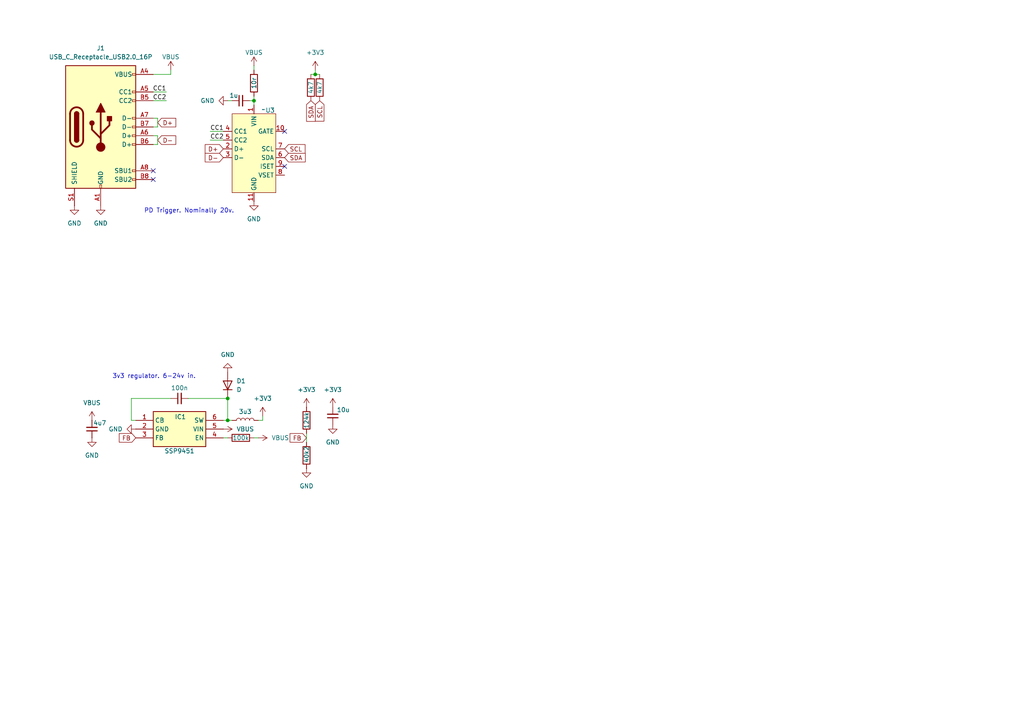
<source format=kicad_sch>
(kicad_sch (version 20231120) (generator "eeschema") (generator_version "8.0")
  (paper "A4")
  (lib_symbols
    (symbol "Connector:USB_C_Receptacle_USB2.0_16P" (pin_names (offset 1.016))
      (property "Reference" "J" (at 0 22.225 0))
      (property "Value" "USB_C_Receptacle_USB2.0_16P" (at 0 19.685 0))
      (symbol "USB_C_Receptacle_USB2.0_16P_0_0"
        (rectangle (start -0.254 -17.78) (end 0.254 -16.764))
        (rectangle (start 10.16 -14.986) (end 9.144 -15.494))
        (rectangle (start 10.16 -12.446) (end 9.144 -12.954))
        (rectangle (start 10.16 -4.826) (end 9.144 -5.334))
        (rectangle (start 10.16 -2.286) (end 9.144 -2.794))
        (rectangle (start 10.16 0.254) (end 9.144 -0.254))
        (rectangle (start 10.16 2.794) (end 9.144 2.286))
        (rectangle (start 10.16 7.874) (end 9.144 7.366))
        (rectangle (start 10.16 10.414) (end 9.144 9.906))
        (rectangle (start 10.16 15.494) (end 9.144 14.986))
      )
      (symbol "USB_C_Receptacle_USB2.0_16P_0_1"
        (rectangle (start -10.16 17.78) (end 10.16 -17.78) (stroke (width 0.254)) (fill (type background)))
        (arc (start -8.89 -3.81) (mid -6.985 -5.7067) (end -5.08 -3.81) (stroke (width 0.508)))
        (arc (start -7.62 -3.81) (mid -6.985 -4.4423) (end -6.35 -3.81) (stroke (width 0.254)))
        (arc (start -7.62 -3.81) (mid -6.985 -4.4423) (end -6.35 -3.81) (stroke (width 0.254)) (fill (type outline)))
        (rectangle (start -7.62 -3.81) (end -6.35 3.81) (stroke (width 0.254)) (fill (type outline)))
        (arc (start -6.35 3.81) (mid -6.985 4.4423) (end -7.62 3.81) (stroke (width 0.254)))
        (arc (start -6.35 3.81) (mid -6.985 4.4423) (end -7.62 3.81) (stroke (width 0.254)) (fill (type outline)))
        (arc (start -5.08 3.81) (mid -6.985 5.7067) (end -8.89 3.81) (stroke (width 0.508)))
        (circle (center -2.54 1.143) (radius 0.635) (stroke (width 0.254)) (fill (type outline)))
        (circle (center 0 -5.842) (radius 1.27) (fill (type outline)))
        (polyline (pts (xy -8.89 -3.81) (xy -8.89 3.81)) (stroke (width 0.508)))
        (polyline (pts (xy -5.08 3.81) (xy -5.08 -3.81)) (stroke (width 0.508)))
        (polyline (pts (xy 0 -5.842) (xy 0 4.318)) (stroke (width 0.508)))
        (polyline (pts (xy 0 -3.302) (xy -2.54 -0.762) (xy -2.54 0.508)) (stroke (width 0.508)))
        (polyline (pts (xy 0 -2.032) (xy 2.54 0.508) (xy 2.54 1.778)) (stroke (width 0.508)))
        (polyline (pts (xy -1.27 4.318) (xy 0 6.858) (xy 1.27 4.318) (xy -1.27 4.318)) (stroke (width 0.254)) (fill (type outline)))
        (rectangle (start 1.905 1.778) (end 3.175 3.048) (stroke (width 0.254)) (fill (type outline)))
      )
      (symbol "USB_C_Receptacle_USB2.0_16P_1_1"
        (pin passive line (at 0 -22.86 90) (length 5.08) (name "GND") (number "A1"))
        (pin passive line (at 0 -22.86 90) (length 5.08) hide (name "GND") (number "A12"))
        (pin passive line (at 15.24 15.24 180) (length 5.08) (name "VBUS") (number "A4"))
        (pin bidirectional line (at 15.24 10.16 180) (length 5.08) (name "CC1") (number "A5"))
        (pin bidirectional line (at 15.24 -2.54 180) (length 5.08) (name "D+") (number "A6"))
        (pin bidirectional line (at 15.24 2.54 180) (length 5.08) (name "D-") (number "A7"))
        (pin bidirectional line (at 15.24 -12.7 180) (length 5.08) (name "SBU1") (number "A8"))
        (pin passive line (at 15.24 15.24 180) (length 5.08) hide (name "VBUS") (number "A9"))
        (pin passive line (at 0 -22.86 90) (length 5.08) hide (name "GND") (number "B1"))
        (pin passive line (at 0 -22.86 90) (length 5.08) hide (name "GND") (number "B12"))
        (pin passive line (at 15.24 15.24 180) (length 5.08) hide (name "VBUS") (number "B4"))
        (pin bidirectional line (at 15.24 7.62 180) (length 5.08) (name "CC2") (number "B5"))
        (pin bidirectional line (at 15.24 -5.08 180) (length 5.08) (name "D+") (number "B6"))
        (pin bidirectional line (at 15.24 0 180) (length 5.08) (name "D-") (number "B7"))
        (pin bidirectional line (at 15.24 -15.24 180) (length 5.08) (name "SBU2") (number "B8"))
        (pin passive line (at 15.24 15.24 180) (length 5.08) hide (name "VBUS") (number "B9"))
        (pin passive line (at -7.62 -22.86 90) (length 5.08) (name "SHIELD") (number "S1"))
      )
    )
    (symbol "Device:C_Small" (pin_numbers hide) (pin_names (offset 0.254) hide)
      (property "Reference" "C" (at 0.254 1.778 0))
      (property "Value" "C_Small" (at 0.254 -2.032 0))
      (symbol "C_Small_0_1"
        (polyline (pts (xy -1.524 -0.508) (xy 1.524 -0.508)) (stroke (width 0.3302)))
        (polyline (pts (xy -1.524 0.508) (xy 1.524 0.508)) (stroke (width 0.3048)))
      )
      (symbol "C_Small_1_1"
        (pin passive line (at 0 2.54 270) (length 2.032) (name "~") (number "1"))
        (pin passive line (at 0 -2.54 90) (length 2.032) (name "~") (number "2"))
      )
    )
    (symbol "Device:D" (pin_numbers hide) (pin_names (offset 1.016) hide)
      (property "Reference" "D" (at 0 2.54 0))
      (property "Value" "D" (at 0 -2.54 0))
      (symbol "D_0_1"
        (polyline (pts (xy -1.27 1.27) (xy -1.27 -1.27)) (stroke (width 0.254)))
        (polyline (pts (xy 1.27 0) (xy -1.27 0)))
        (polyline (pts (xy 1.27 1.27) (xy 1.27 -1.27) (xy -1.27 0) (xy 1.27 1.27)) (stroke (width 0.254)))
      )
      (symbol "D_1_1"
        (pin passive line (at -3.81 0 0) (length 2.54) (name "K") (number "1"))
        (pin passive line (at 3.81 0 180) (length 2.54) (name "A") (number "2"))
      )
    )
    (symbol "Device:L" (pin_numbers hide) (pin_names (offset 1.016) hide)
      (property "Reference" "L" (at -1.27 0 90))
      (property "Value" "L" (at 1.905 0 90))
      (symbol "L_0_1"
        (arc (start 0 -2.54) (mid 0.6323 -1.905) (end 0 -1.27))
        (arc (start 0 -1.27) (mid 0.6323 -0.635) (end 0 0))
        (arc (start 0 0) (mid 0.6323 0.635) (end 0 1.27))
        (arc (start 0 1.27) (mid 0.6323 1.905) (end 0 2.54))
      )
      (symbol "L_1_1"
        (pin passive line (at 0 3.81 270) (length 1.27) (name "1") (number "1"))
        (pin passive line (at 0 -3.81 90) (length 1.27) (name "2") (number "2"))
      )
    )
    (symbol "Device:R" (pin_numbers hide) (pin_names (offset 0))
      (property "Reference" "R" (at 2.032 0 90))
      (property "Value" "R" (at 0 0 90))
      (symbol "R_0_1"
        (rectangle (start -1.016 -2.54) (end 1.016 2.54) (stroke (width 0.254)))
      )
      (symbol "R_1_1"
        (pin passive line (at 0 3.81 270) (length 1.27) (name "~") (number "1"))
        (pin passive line (at 0 -3.81 90) (length 1.27) (name "~") (number "2"))
      )
    )
    (symbol "LMR54406DBVR:LMR54406DBVR"
      (property "Reference" "IC" (at 21.59 7.62 0))
      (property "Value" "LMR54406DBVR" (at 21.59 5.08 0))
      (symbol "LMR54406DBVR_1_1"
        (rectangle (start 5.08 2.54) (end 20.32 -7.62) (stroke (width 0.254)) (fill (type background)))
        (pin passive line (at 0 0 0) (length 5.08) (name "CB") (number "1"))
        (pin passive line (at 0 -2.54 0) (length 5.08) (name "GND") (number "2"))
        (pin passive line (at 0 -5.08 0) (length 5.08) (name "FB") (number "3"))
        (pin passive line (at 25.4 -5.08 180) (length 5.08) (name "EN") (number "4"))
        (pin passive line (at 25.4 -2.54 180) (length 5.08) (name "VIN") (number "5"))
        (pin passive line (at 25.4 0 180) (length 5.08) (name "SW") (number "6"))
      )
    )
    (symbol "USB_Controller:HUSB238"
      (property "Reference" "U" (at 3.81 10.16 0))
      (symbol "HUSB238_1_1"
        (rectangle (start -6.35 8.89) (end 6.35 -13.97) (fill (type background)))
        (pin input line (at 0 11.43 270) (length 2.54) (name "VIN") (number "1"))
        (pin input line (at 8.89 3.81 180) (length 2.54) (name "GATE") (number "10"))
        (pin input line (at 0 -16.51 90) (length 2.54) (name "GND") (number "11"))
        (pin input line (at -8.89 -1.27 0) (length 2.54) (name "D+") (number "2"))
        (pin input line (at -8.89 -3.81 0) (length 2.54) (name "D-") (number "3"))
        (pin input line (at -8.89 3.81 0) (length 2.54) (name "CC1") (number "4"))
        (pin input line (at -8.89 1.27 0) (length 2.54) (name "CC2") (number "5"))
        (pin input line (at 8.89 -3.81 180) (length 2.54) (name "SDA") (number "6"))
        (pin input line (at 8.89 -1.27 180) (length 2.54) (name "SCL") (number "7"))
        (pin input line (at 8.89 -8.89 180) (length 2.54) (name "VSET") (number "8"))
        (pin input line (at 8.89 -6.35 180) (length 2.54) (name "ISET") (number "9"))
      )
    )
    (symbol "power:+3V3" (power) (pin_numbers hide) (pin_names (offset 0) hide)
      (property "Value" "+3V3" (at 0 3.556 0))
      (symbol "+3V3_0_1"
        (polyline (pts (xy -0.762 1.27) (xy 0 2.54)))
        (polyline (pts (xy 0 0) (xy 0 2.54)))
        (polyline (pts (xy 0 2.54) (xy 0.762 1.27)))
      )
      (symbol "+3V3_1_1"
        (pin power_in line (at 0 0 90) (length 0) (name "~") (number "1"))
      )
    )
    (symbol "power:GND" (power) (pin_numbers hide) (pin_names (offset 0) hide)
      (property "Value" "GND" (at 0 -3.81 0))
      (symbol "GND_0_1"
        (polyline (pts (xy 0 0) (xy 0 -1.27) (xy 1.27 -1.27) (xy 0 -2.54) (xy -1.27 -1.27) (xy 0 -1.27)))
      )
      (symbol "GND_1_1"
        (pin power_in line (at 0 0 270) (length 0) (name "~") (number "1"))
      )
    )
    (symbol "power:VBUS" (power) (pin_numbers hide) (pin_names (offset 0) hide)
      (property "Value" "VBUS" (at 0 3.556 0))
      (symbol "VBUS_0_1"
        (polyline (pts (xy -0.762 1.27) (xy 0 2.54)))
        (polyline (pts (xy 0 0) (xy 0 2.54)))
        (polyline (pts (xy 0 2.54) (xy 0.762 1.27)))
      )
      (symbol "VBUS_1_1"
        (pin power_in line (at 0 0 90) (length 0) (name "~") (number "1"))
      )
    )
  )
  (junction (at 91.44 21.59))
  (junction (at 66.04 121.92))
  (junction (at 66.04 115.57))
  (junction (at 73.66 29.21))
  (no_connect (at 82.55 38.1))
  (no_connect (at 44.45 49.53))
  (no_connect (at 44.45 52.07))
  (no_connect (at 82.55 48.26))
  (wire (pts (xy 44.45 34.29) (xy 45.72 34.29)))
  (wire (pts (xy 48.26 29.21) (xy 44.45 29.21)))
  (wire (pts (xy 72.39 29.21) (xy 73.66 29.21)))
  (wire (pts (xy 73.66 29.21) (xy 73.66 30.48)))
  (wire (pts (xy 64.77 127) (xy 66.04 127)))
  (wire (pts (xy 38.1 115.57) (xy 49.53 115.57)))
  (wire (pts (xy 73.66 19.05) (xy 73.66 20.32)))
  (wire (pts (xy 74.93 127) (xy 73.66 127)))
  (wire (pts (xy 91.44 20.32) (xy 91.44 21.59)))
  (wire (pts (xy 73.66 27.94) (xy 73.66 29.21)))
  (wire (pts (xy 90.17 21.59) (xy 91.44 21.59)))
  (wire (pts (xy 48.26 26.67) (xy 44.45 26.67)))
  (wire (pts (xy 44.45 41.91) (xy 45.72 41.91)))
  (wire (pts (xy 60.96 40.64) (xy 64.77 40.64)))
  (wire (pts (xy 66.04 121.92) (xy 64.77 121.92)))
  (wire (pts (xy 66.04 115.57) (xy 66.04 121.92)))
  (wire (pts (xy 76.2 120.65) (xy 76.2 121.92)))
  (wire (pts (xy 88.9 125.73) (xy 88.9 128.27)))
  (wire (pts (xy 44.45 21.59) (xy 49.53 21.59)))
  (wire (pts (xy 38.1 121.92) (xy 38.1 115.57)))
  (wire (pts (xy 44.45 39.37) (xy 45.72 39.37)))
  (wire (pts (xy 54.61 115.57) (xy 66.04 115.57)))
  (wire (pts (xy 76.2 121.92) (xy 74.93 121.92)))
  (wire (pts (xy 39.37 121.92) (xy 38.1 121.92)))
  (wire (pts (xy 45.72 34.29) (xy 45.72 36.83)))
  (wire (pts (xy 66.04 29.21) (xy 67.31 29.21)))
  (wire (pts (xy 45.72 39.37) (xy 45.72 41.91)))
  (wire (pts (xy 49.53 20.32) (xy 49.53 21.59)))
  (wire (pts (xy 91.44 21.59) (xy 92.71 21.59)))
  (wire (pts (xy 60.96 38.1) (xy 64.77 38.1)))
  (wire (pts (xy 66.04 121.92) (xy 67.31 121.92)))
  (wire (pts (xy 44.45 36.83) (xy 45.72 36.83)))
  (text "PD Trigger. Nominally 20v." (at 54.864 61.214 0) (effects (font (size 1.27 1.27))))
  (text "3v3 regulator. 6-24v in." (at 44.704 109.22 0) (effects (font (size 1.27 1.27))))
  (label "CC2" (at 60.96 40.64 0))
  (label "CC1" (at 48.26 26.67 180))
  (label "CC1" (at 60.96 38.1 0))
  (label "CC2" (at 48.26 29.21 180))
  (global_label "SCL" (shape input) (at 92.71 29.21 270) (property "Intersheetrefs" "${INTERSHEET_REFS}" (effects (hide yes))))
  (global_label "D+" (shape input) (at 64.77 43.18 180) (property "Intersheetrefs" "${INTERSHEET_REFS}" (effects (hide yes))))
  (global_label "SDA" (shape input) (at 90.17 29.21 270) (property "Intersheetrefs" "${INTERSHEET_REFS}" (effects (hide yes))))
  (global_label "D+" (shape input) (at 45.72 35.56 0) (property "Intersheetrefs" "${INTERSHEET_REFS}" (effects (hide yes))))
  (global_label "FB" (shape input) (at 39.37 127 180) (property "Intersheetrefs" "${INTERSHEET_REFS}" (effects (hide yes))))
  (global_label "D-" (shape input) (at 45.72 40.64 0) (property "Intersheetrefs" "${INTERSHEET_REFS}" (effects (hide yes))))
  (global_label "FB" (shape input) (at 88.9 127 180) (property "Intersheetrefs" "${INTERSHEET_REFS}" (effects (hide yes))))
  (global_label "SCL" (shape input) (at 82.55 43.18 0) (property "Intersheetrefs" "${INTERSHEET_REFS}" (effects (hide yes))))
  (global_label "SDA" (shape input) (at 82.55 45.72 0) (property "Intersheetrefs" "${INTERSHEET_REFS}" (effects (hide yes))))
  (global_label "D-" (shape input) (at 64.77 45.72 180) (property "Intersheetrefs" "${INTERSHEET_REFS}" (effects (hide yes))))
  (symbol (lib_id "power:GND") (at 21.59 59.69 0) (unit 1)
    (property "Reference" "#PWR02" (effects (hide yes)))
    (property "Value" "GND" (at 21.59 64.77 0))
    (property "Description" "Power symbol creates a global label with name \"GND\" , ground" (effects (hide yes)))
  )
  (symbol (lib_id "power:GND") (at 96.52 123.19 0) (unit 1)
    (property "Reference" "#PWR038" (effects (hide yes)))
    (property "Value" "GND" (at 96.52 128.27 0))
    (property "Description" "Power symbol creates a global label with name \"GND\" , ground" (effects (hide yes)))
  )
  (symbol (lib_id "power:+3V3") (at 96.52 118.11 0) (unit 1)
    (property "Reference" "#PWR037" (effects (hide yes)))
    (property "Value" "+3V3" (at 96.52 113.03 0))
    (property "Description" "Power symbol creates a global label with name \"+3V3\"" (effects (hide yes)))
  )
  (symbol (lib_id "Device:C_Small") (at 96.52 120.65 180) (unit 1)
    (property "Reference" "C12" (effects (hide yes)))
    (property "Value" "10u" (at 99.568 118.872 0))
    (property "Footprint" "Capacitor_SMD:C_0603_1608Metric" (effects (hide yes)))
    (property "Description" "Unpolarized capacitor, small symbol" (effects (hide yes)))
  )
  (symbol (lib_id "power:GND") (at 73.66 58.42 0) (unit 1)
    (property "Reference" "#PWR03" (effects (hide yes)))
    (property "Value" "GND" (at 73.66 63.5 0))
    (property "Description" "Power symbol creates a global label with name \"GND\" , ground" (effects (hide yes)))
  )
  (symbol (lib_id "power:GND") (at 39.37 124.46 270) (unit 1)
    (property "Reference" "#PWR029" (effects (hide yes)))
    (property "Value" "GND" (at 35.56 124.4599 90) (effects (justify right)))
    (property "Description" "Power symbol creates a global label with name \"GND\" , ground" (effects (hide yes)))
  )
  (symbol (lib_id "Device:D") (at 66.04 111.76 90) (unit 1)
    (property "Reference" "D1" (at 68.58 110.4899 90) (effects (justify right)))
    (property "Value" "D" (at 68.58 113.0299 90) (effects (justify right)))
    (property "Footprint" "Diode_SMD:D_SOD-123" (effects (hide yes)))
    (property "Description" "Diode" (effects (hide yes)))
    (property "Sim.Device" "D" (effects (hide yes)))
    (property "Sim.Pins" "1=K 2=A" (effects (hide yes)))
  )
  (symbol (lib_id "power:VBUS") (at 64.77 124.46 270) (unit 1)
    (property "Reference" "#PWR022" (effects (hide yes)))
    (property "Value" "VBUS" (at 68.58 124.4599 90) (effects (justify left)))
    (property "Description" "Power symbol creates a global label with name \"VBUS\"" (effects (hide yes)))
  )
  (symbol (lib_id "power:GND") (at 29.21 59.69 0) (unit 1)
    (property "Reference" "#PWR01" (effects (hide yes)))
    (property "Value" "GND" (at 29.21 64.77 0))
    (property "Description" "Power symbol creates a global label with name \"GND\" , ground" (effects (hide yes)))
  )
  (symbol (lib_id "LMR54406DBVR:LMR54406DBVR") (at 39.37 121.92 0) (unit 1)
    (property "Reference" "IC1" (at 52.324 120.904 0))
    (property "Value" "SSP9451" (at 52.07 130.81 0))
    (property "Footprint" "Package_TO_SOT_SMD:SOT-23-6" (effects (hide yes)))
    (property "Datasheet" "https://www.lcsc.com/datasheet/lcsc_datasheet_2404071515_Shanghai-Siproin-Microelectronics-SSP9451_C411009.pdf" (effects (hide yes)))
    (property "Description" "cheap chinese switching converter" (effects (hide yes)))
    (property "LCSC" "C411009" (effects (hide yes)))
  )
  (symbol (lib_id "USB_Controller:HUSB238") (at 73.66 41.91 0) (unit 1)
    (property "Reference" "U3" (at 76.962 32.004 0) (effects (justify left)))
    (property "Value" "~" (at 75.8541 31.75 0) (effects (justify left)))
    (property "Footprint" "Package_DFN_QFN:DFN-10-1EP_3x3mm_P0.5mm_EP1.7x2.5mm" (effects (hide yes)))
  )
  (symbol (lib_id "Device:R") (at 92.71 25.4 180) (unit 1)
    (property "Reference" "R3" (effects (hide yes)))
    (property "Value" "4k7" (at 92.71 25.4 90))
    (property "Footprint" "Resistor_SMD:R_0402_1005Metric" (effects (hide yes)))
    (property "Description" "Resistor" (effects (hide yes)))
  )
  (symbol (lib_id "Connector:USB_C_Receptacle_USB2.0_16P") (at 29.21 36.83 0) (unit 1)
    (property "Reference" "J1" (at 29.21 13.97 0))
    (property "Value" "USB_C_Receptacle_USB2.0_16P" (at 29.21 16.51 0))
    (property "Footprint" "Connector_USB:USB_C_Receptacle_HRO_TYPE-C-31-M-12" (effects (hide yes)))
    (property "Datasheet" "https://www.usb.org/sites/default/files/documents/usb_type-c.zip" (effects (hide yes)))
    (property "Description" "USB 2.0-only 16P Type-C Receptacle connector" (effects (hide yes)))
  )
  (symbol (lib_id "power:VBUS") (at 26.67 121.92 0) (unit 1)
    (property "Reference" "#PWR031" (effects (hide yes)))
    (property "Value" "VBUS" (at 26.67 116.84 0))
    (property "Description" "Power symbol creates a global label with name \"VBUS\"" (effects (hide yes)))
  )
  (symbol (lib_id "Device:R") (at 90.17 25.4 180) (unit 1)
    (property "Reference" "R2" (effects (hide yes)))
    (property "Value" "4k7" (at 90.17 25.4 90))
    (property "Footprint" "Resistor_SMD:R_0402_1005Metric" (effects (hide yes)))
    (property "Description" "Resistor" (effects (hide yes)))
  )
  (symbol (lib_id "power:+3V3") (at 91.44 20.32 0) (unit 1)
    (property "Reference" "#PWR06" (effects (hide yes)))
    (property "Value" "+3V3" (at 91.44 15.24 0))
    (property "Description" "Power symbol creates a global label with name \"+3V3\"" (effects (hide yes)))
  )
  (symbol (lib_id "Device:C_Small") (at 26.67 124.46 180) (unit 1)
    (property "Reference" "C11" (effects (hide yes)))
    (property "Value" "4u7" (at 28.956 122.682 0))
    (property "Footprint" "Capacitor_SMD:C_0603_1608Metric" (effects (hide yes)))
    (property "Description" "Unpolarized capacitor, small symbol" (effects (hide yes)))
  )
  (symbol (lib_id "power:+3V3") (at 76.2 120.65 0) (unit 1)
    (property "Reference" "#PWR033" (effects (hide yes)))
    (property "Value" "+3V3" (at 76.2 115.57 0))
    (property "Description" "Power symbol creates a global label with name \"+3V3\"" (effects (hide yes)))
  )
  (symbol (lib_id "power:GND") (at 66.04 107.95 180) (unit 1)
    (property "Reference" "#PWR036" (effects (hide yes)))
    (property "Value" "GND" (at 66.04 102.87 0))
    (property "Description" "Power symbol creates a global label with name \"GND\" , ground" (effects (hide yes)))
  )
  (symbol (lib_id "Device:R") (at 73.66 24.13 180) (unit 1)
    (property "Reference" "R1" (effects (hide yes)))
    (property "Value" "10r" (at 73.66 24.13 90))
    (property "Footprint" "Resistor_SMD:R_0402_1005Metric" (effects (hide yes)))
    (property "Description" "Resistor" (effects (hide yes)))
  )
  (symbol (lib_id "power:GND") (at 26.67 127 0) (unit 1)
    (property "Reference" "#PWR032" (effects (hide yes)))
    (property "Value" "GND" (at 26.67 132.08 0))
    (property "Description" "Power symbol creates a global label with name \"GND\" , ground" (effects (hide yes)))
  )
  (symbol (lib_id "power:+3V3") (at 88.9 118.11 0) (unit 1)
    (property "Reference" "#PWR034" (effects (hide yes)))
    (property "Value" "+3V3" (at 88.9 113.03 0))
    (property "Description" "Power symbol creates a global label with name \"+3V3\"" (effects (hide yes)))
  )
  (symbol (lib_id "Device:R") (at 69.85 127 90) (unit 1)
    (property "Reference" "R10" (effects (hide yes)))
    (property "Value" "100k" (at 69.85 127 90))
    (property "Footprint" "Resistor_SMD:R_0402_1005Metric" (effects (hide yes)))
    (property "Description" "Resistor" (effects (hide yes)))
  )
  (symbol (lib_id "Device:C_Small") (at 69.85 29.21 90) (unit 1)
    (property "Reference" "C1" (effects (hide yes)))
    (property "Value" "1u" (at 67.818 27.686 90))
    (property "Footprint" "Capacitor_SMD:C_0402_1005Metric" (effects (hide yes)))
    (property "Description" "Unpolarized capacitor, small symbol" (effects (hide yes)))
  )
  (symbol (lib_id "power:VBUS") (at 74.93 127 270) (unit 1)
    (property "Reference" "#PWR030" (effects (hide yes)))
    (property "Value" "VBUS" (at 78.74 126.9999 90) (effects (justify left)))
    (property "Description" "Power symbol creates a global label with name \"VBUS\"" (effects (hide yes)))
  )
  (symbol (lib_id "Device:R") (at 88.9 121.92 180) (unit 1)
    (property "Reference" "R5" (effects (hide yes)))
    (property "Value" "124k" (at 88.9 121.92 90))
    (property "Footprint" "Resistor_SMD:R_0402_1005Metric" (effects (hide yes)))
    (property "Description" "Resistor" (effects (hide yes)))
  )
  (symbol (lib_id "power:VBUS") (at 49.53 20.32 0) (unit 1)
    (property "Reference" "#PWR04" (effects (hide yes)))
    (property "Value" "VBUS" (at 49.53 16.51 0))
    (property "Description" "Power symbol creates a global label with name \"VBUS\"" (effects (hide yes)))
  )
  (symbol (lib_id "power:GND") (at 88.9 135.89 0) (unit 1)
    (property "Reference" "#PWR035" (effects (hide yes)))
    (property "Value" "GND" (at 88.9 140.97 0))
    (property "Description" "Power symbol creates a global label with name \"GND\" , ground" (effects (hide yes)))
  )
  (symbol (lib_id "Device:L") (at 71.12 121.92 90) (unit 1)
    (property "Reference" "L1" (effects (hide yes)))
    (property "Value" "3u3" (at 71.12 119.38 90))
    (property "Footprint" "Inductor_SMD:L_Abracon_ASPI-0425" (effects (hide yes)))
    (property "Description" "Inductor" (effects (hide yes)))
  )
  (symbol (lib_id "power:VBUS") (at 73.66 19.05 0) (unit 1)
    (property "Reference" "#PWR05" (effects (hide yes)))
    (property "Value" "VBUS" (at 73.66 15.24 0))
    (property "Description" "Power symbol creates a global label with name \"VBUS\"" (effects (hide yes)))
  )
  (symbol (lib_id "Device:R") (at 88.9 132.08 180) (unit 1)
    (property "Reference" "R6" (effects (hide yes)))
    (property "Value" "40k2" (at 88.9 131.826 90))
    (property "Footprint" "Resistor_SMD:R_0402_1005Metric" (effects (hide yes)))
    (property "Description" "Resistor" (effects (hide yes)))
  )
  (symbol (lib_id "Device:C_Small") (at 52.07 115.57 90) (unit 1)
    (property "Reference" "C10" (effects (hide yes)))
    (property "Value" "100n" (at 52.07 112.522 90))
    (property "Footprint" "Capacitor_SMD:C_0402_1005Metric" (effects (hide yes)))
    (property "Description" "Unpolarized capacitor, small symbol" (effects (hide yes)))
  )
  (symbol (lib_id "power:GND") (at 66.04 29.21 270) (unit 1)
    (property "Reference" "#PWR07" (effects (hide yes)))
    (property "Value" "GND" (at 62.23 29.2099 90) (effects (justify right)))
    (property "Description" "Power symbol creates a global label with name \"GND\" , ground" (effects (hide yes)))
  )
)
</source>
